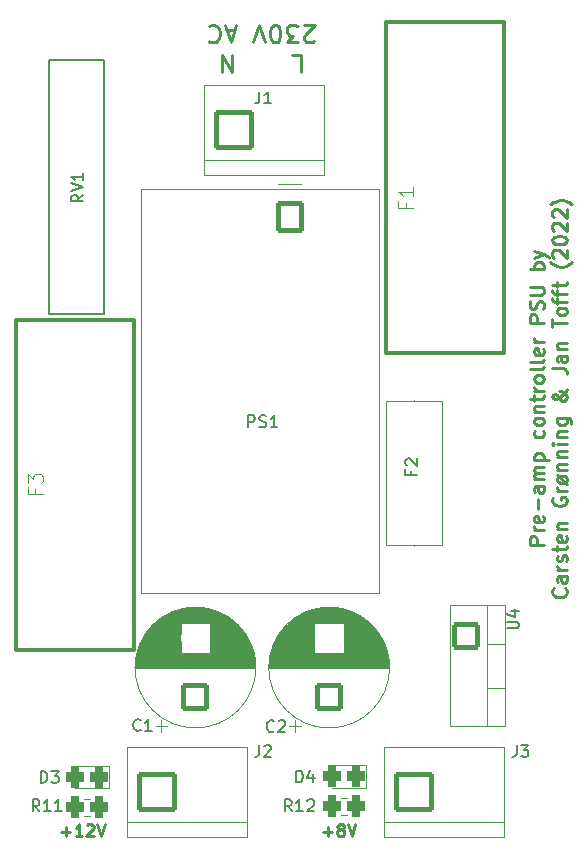
<source format=gto>
G04 #@! TF.GenerationSoftware,KiCad,Pcbnew,6.0.5-a6ca702e91~116~ubuntu20.04.1*
G04 #@! TF.CreationDate,2022-05-18T21:18:03+02:00*
G04 #@! TF.ProjectId,Power Supply,506f7765-7220-4537-9570-706c792e6b69,rev?*
G04 #@! TF.SameCoordinates,Original*
G04 #@! TF.FileFunction,Legend,Top*
G04 #@! TF.FilePolarity,Positive*
%FSLAX46Y46*%
G04 Gerber Fmt 4.6, Leading zero omitted, Abs format (unit mm)*
G04 Created by KiCad (PCBNEW 6.0.5-a6ca702e91~116~ubuntu20.04.1) date 2022-05-18 21:18:03*
%MOMM*%
%LPD*%
G01*
G04 APERTURE LIST*
G04 Aperture macros list*
%AMRoundRect*
0 Rectangle with rounded corners*
0 $1 Rounding radius*
0 $2 $3 $4 $5 $6 $7 $8 $9 X,Y pos of 4 corners*
0 Add a 4 corners polygon primitive as box body*
4,1,4,$2,$3,$4,$5,$6,$7,$8,$9,$2,$3,0*
0 Add four circle primitives for the rounded corners*
1,1,$1+$1,$2,$3*
1,1,$1+$1,$4,$5*
1,1,$1+$1,$6,$7*
1,1,$1+$1,$8,$9*
0 Add four rect primitives between the rounded corners*
20,1,$1+$1,$2,$3,$4,$5,0*
20,1,$1+$1,$4,$5,$6,$7,0*
20,1,$1+$1,$6,$7,$8,$9,0*
20,1,$1+$1,$8,$9,$2,$3,0*%
G04 Aperture macros list end*
%ADD10C,0.250000*%
%ADD11C,0.150000*%
%ADD12C,0.125000*%
%ADD13C,0.120000*%
%ADD14C,0.304800*%
%ADD15C,3.500000*%
%ADD16RoundRect,0.200000X-1.500000X-1.500000X1.500000X-1.500000X1.500000X1.500000X-1.500000X1.500000X0*%
%ADD17C,3.400000*%
%ADD18C,3.900000*%
%ADD19C,2.800000*%
%ADD20O,2.800000X2.800000*%
%ADD21RoundRect,0.200000X-1.000000X0.952500X-1.000000X-0.952500X1.000000X-0.952500X1.000000X0.952500X0*%
%ADD22O,2.400000X2.305000*%
%ADD23C,3.600000*%
%ADD24RoundRect,0.200000X1.000000X-1.000000X1.000000X1.000000X-1.000000X1.000000X-1.000000X-1.000000X0*%
%ADD25C,2.400000*%
%ADD26RoundRect,0.200000X-1.000000X1.150000X-1.000000X-1.150000X1.000000X-1.150000X1.000000X1.150000X0*%
%ADD27C,2.700000*%
%ADD28RoundRect,0.450000X0.325000X0.450000X-0.325000X0.450000X-0.325000X-0.450000X0.325000X-0.450000X0*%
%ADD29RoundRect,0.450000X-0.325000X-0.450000X0.325000X-0.450000X0.325000X0.450000X-0.325000X0.450000X0*%
G04 APERTURE END LIST*
D10*
X125020285Y-72412571D02*
X124948857Y-72484000D01*
X124806000Y-72555428D01*
X124448857Y-72555428D01*
X124306000Y-72484000D01*
X124234571Y-72412571D01*
X124163142Y-72269714D01*
X124163142Y-72126857D01*
X124234571Y-71912571D01*
X125091714Y-71055428D01*
X124163142Y-71055428D01*
X123663142Y-72555428D02*
X122734571Y-72555428D01*
X123234571Y-71984000D01*
X123020285Y-71984000D01*
X122877428Y-71912571D01*
X122806000Y-71841142D01*
X122734571Y-71698285D01*
X122734571Y-71341142D01*
X122806000Y-71198285D01*
X122877428Y-71126857D01*
X123020285Y-71055428D01*
X123448857Y-71055428D01*
X123591714Y-71126857D01*
X123663142Y-71198285D01*
X121806000Y-72555428D02*
X121663142Y-72555428D01*
X121520285Y-72484000D01*
X121448857Y-72412571D01*
X121377428Y-72269714D01*
X121306000Y-71984000D01*
X121306000Y-71626857D01*
X121377428Y-71341142D01*
X121448857Y-71198285D01*
X121520285Y-71126857D01*
X121663142Y-71055428D01*
X121806000Y-71055428D01*
X121948857Y-71126857D01*
X122020285Y-71198285D01*
X122091714Y-71341142D01*
X122163142Y-71626857D01*
X122163142Y-71984000D01*
X122091714Y-72269714D01*
X122020285Y-72412571D01*
X121948857Y-72484000D01*
X121806000Y-72555428D01*
X120877428Y-72555428D02*
X120377428Y-71055428D01*
X119877428Y-72555428D01*
X118306000Y-71484000D02*
X117591714Y-71484000D01*
X118448857Y-71055428D02*
X117948857Y-72555428D01*
X117448857Y-71055428D01*
X116091714Y-71198285D02*
X116163142Y-71126857D01*
X116377428Y-71055428D01*
X116520285Y-71055428D01*
X116734571Y-71126857D01*
X116877428Y-71269714D01*
X116948857Y-71412571D01*
X117020285Y-71698285D01*
X117020285Y-71912571D01*
X116948857Y-72198285D01*
X116877428Y-72341142D01*
X116734571Y-72484000D01*
X116520285Y-72555428D01*
X116377428Y-72555428D01*
X116163142Y-72484000D01*
X116091714Y-72412571D01*
X103638095Y-139371428D02*
X104400000Y-139371428D01*
X104019047Y-139752380D02*
X104019047Y-138990476D01*
X105400000Y-139752380D02*
X104828571Y-139752380D01*
X105114285Y-139752380D02*
X105114285Y-138752380D01*
X105019047Y-138895238D01*
X104923809Y-138990476D01*
X104828571Y-139038095D01*
X105780952Y-138847619D02*
X105828571Y-138800000D01*
X105923809Y-138752380D01*
X106161904Y-138752380D01*
X106257142Y-138800000D01*
X106304761Y-138847619D01*
X106352380Y-138942857D01*
X106352380Y-139038095D01*
X106304761Y-139180952D01*
X105733333Y-139752380D01*
X106352380Y-139752380D01*
X106638095Y-138752380D02*
X106971428Y-139752380D01*
X107304761Y-138752380D01*
X125814285Y-139371428D02*
X126576190Y-139371428D01*
X126195238Y-139752380D02*
X126195238Y-138990476D01*
X127195238Y-139180952D02*
X127100000Y-139133333D01*
X127052380Y-139085714D01*
X127004761Y-138990476D01*
X127004761Y-138942857D01*
X127052380Y-138847619D01*
X127100000Y-138800000D01*
X127195238Y-138752380D01*
X127385714Y-138752380D01*
X127480952Y-138800000D01*
X127528571Y-138847619D01*
X127576190Y-138942857D01*
X127576190Y-138990476D01*
X127528571Y-139085714D01*
X127480952Y-139133333D01*
X127385714Y-139180952D01*
X127195238Y-139180952D01*
X127100000Y-139228571D01*
X127052380Y-139276190D01*
X127004761Y-139371428D01*
X127004761Y-139561904D01*
X127052380Y-139657142D01*
X127100000Y-139704761D01*
X127195238Y-139752380D01*
X127385714Y-139752380D01*
X127480952Y-139704761D01*
X127528571Y-139657142D01*
X127576190Y-139561904D01*
X127576190Y-139371428D01*
X127528571Y-139276190D01*
X127480952Y-139228571D01*
X127385714Y-139180952D01*
X127861904Y-138752380D02*
X128195238Y-139752380D01*
X128528571Y-138752380D01*
X123163142Y-73595428D02*
X123877428Y-73595428D01*
X123877428Y-75095428D01*
X118091714Y-73595428D02*
X118091714Y-75095428D01*
X117234571Y-73595428D01*
X117234571Y-75095428D01*
X144476857Y-115071428D02*
X143276857Y-115071428D01*
X143276857Y-114614285D01*
X143334000Y-114500000D01*
X143391142Y-114442857D01*
X143505428Y-114385714D01*
X143676857Y-114385714D01*
X143791142Y-114442857D01*
X143848285Y-114500000D01*
X143905428Y-114614285D01*
X143905428Y-115071428D01*
X144476857Y-113871428D02*
X143676857Y-113871428D01*
X143905428Y-113871428D02*
X143791142Y-113814285D01*
X143734000Y-113757142D01*
X143676857Y-113642857D01*
X143676857Y-113528571D01*
X144419714Y-112671428D02*
X144476857Y-112785714D01*
X144476857Y-113014285D01*
X144419714Y-113128571D01*
X144305428Y-113185714D01*
X143848285Y-113185714D01*
X143734000Y-113128571D01*
X143676857Y-113014285D01*
X143676857Y-112785714D01*
X143734000Y-112671428D01*
X143848285Y-112614285D01*
X143962571Y-112614285D01*
X144076857Y-113185714D01*
X144019714Y-112100000D02*
X144019714Y-111185714D01*
X144476857Y-110100000D02*
X143848285Y-110100000D01*
X143734000Y-110157142D01*
X143676857Y-110271428D01*
X143676857Y-110500000D01*
X143734000Y-110614285D01*
X144419714Y-110100000D02*
X144476857Y-110214285D01*
X144476857Y-110500000D01*
X144419714Y-110614285D01*
X144305428Y-110671428D01*
X144191142Y-110671428D01*
X144076857Y-110614285D01*
X144019714Y-110500000D01*
X144019714Y-110214285D01*
X143962571Y-110100000D01*
X144476857Y-109528571D02*
X143676857Y-109528571D01*
X143791142Y-109528571D02*
X143734000Y-109471428D01*
X143676857Y-109357142D01*
X143676857Y-109185714D01*
X143734000Y-109071428D01*
X143848285Y-109014285D01*
X144476857Y-109014285D01*
X143848285Y-109014285D02*
X143734000Y-108957142D01*
X143676857Y-108842857D01*
X143676857Y-108671428D01*
X143734000Y-108557142D01*
X143848285Y-108500000D01*
X144476857Y-108500000D01*
X143676857Y-107928571D02*
X144876857Y-107928571D01*
X143734000Y-107928571D02*
X143676857Y-107814285D01*
X143676857Y-107585714D01*
X143734000Y-107471428D01*
X143791142Y-107414285D01*
X143905428Y-107357142D01*
X144248285Y-107357142D01*
X144362571Y-107414285D01*
X144419714Y-107471428D01*
X144476857Y-107585714D01*
X144476857Y-107814285D01*
X144419714Y-107928571D01*
X144419714Y-105414285D02*
X144476857Y-105528571D01*
X144476857Y-105757142D01*
X144419714Y-105871428D01*
X144362571Y-105928571D01*
X144248285Y-105985714D01*
X143905428Y-105985714D01*
X143791142Y-105928571D01*
X143734000Y-105871428D01*
X143676857Y-105757142D01*
X143676857Y-105528571D01*
X143734000Y-105414285D01*
X144476857Y-104728571D02*
X144419714Y-104842857D01*
X144362571Y-104900000D01*
X144248285Y-104957142D01*
X143905428Y-104957142D01*
X143791142Y-104900000D01*
X143734000Y-104842857D01*
X143676857Y-104728571D01*
X143676857Y-104557142D01*
X143734000Y-104442857D01*
X143791142Y-104385714D01*
X143905428Y-104328571D01*
X144248285Y-104328571D01*
X144362571Y-104385714D01*
X144419714Y-104442857D01*
X144476857Y-104557142D01*
X144476857Y-104728571D01*
X143676857Y-103814285D02*
X144476857Y-103814285D01*
X143791142Y-103814285D02*
X143734000Y-103757142D01*
X143676857Y-103642857D01*
X143676857Y-103471428D01*
X143734000Y-103357142D01*
X143848285Y-103300000D01*
X144476857Y-103300000D01*
X143676857Y-102900000D02*
X143676857Y-102442857D01*
X143276857Y-102728571D02*
X144305428Y-102728571D01*
X144419714Y-102671428D01*
X144476857Y-102557142D01*
X144476857Y-102442857D01*
X144476857Y-102042857D02*
X143676857Y-102042857D01*
X143905428Y-102042857D02*
X143791142Y-101985714D01*
X143734000Y-101928571D01*
X143676857Y-101814285D01*
X143676857Y-101700000D01*
X144476857Y-101128571D02*
X144419714Y-101242857D01*
X144362571Y-101300000D01*
X144248285Y-101357142D01*
X143905428Y-101357142D01*
X143791142Y-101300000D01*
X143734000Y-101242857D01*
X143676857Y-101128571D01*
X143676857Y-100957142D01*
X143734000Y-100842857D01*
X143791142Y-100785714D01*
X143905428Y-100728571D01*
X144248285Y-100728571D01*
X144362571Y-100785714D01*
X144419714Y-100842857D01*
X144476857Y-100957142D01*
X144476857Y-101128571D01*
X144476857Y-100042857D02*
X144419714Y-100157142D01*
X144305428Y-100214285D01*
X143276857Y-100214285D01*
X144476857Y-99414285D02*
X144419714Y-99528571D01*
X144305428Y-99585714D01*
X143276857Y-99585714D01*
X144419714Y-98500000D02*
X144476857Y-98614285D01*
X144476857Y-98842857D01*
X144419714Y-98957142D01*
X144305428Y-99014285D01*
X143848285Y-99014285D01*
X143734000Y-98957142D01*
X143676857Y-98842857D01*
X143676857Y-98614285D01*
X143734000Y-98500000D01*
X143848285Y-98442857D01*
X143962571Y-98442857D01*
X144076857Y-99014285D01*
X144476857Y-97928571D02*
X143676857Y-97928571D01*
X143905428Y-97928571D02*
X143791142Y-97871428D01*
X143734000Y-97814285D01*
X143676857Y-97700000D01*
X143676857Y-97585714D01*
X144476857Y-96271428D02*
X143276857Y-96271428D01*
X143276857Y-95814285D01*
X143334000Y-95700000D01*
X143391142Y-95642857D01*
X143505428Y-95585714D01*
X143676857Y-95585714D01*
X143791142Y-95642857D01*
X143848285Y-95700000D01*
X143905428Y-95814285D01*
X143905428Y-96271428D01*
X144419714Y-95128571D02*
X144476857Y-94957142D01*
X144476857Y-94671428D01*
X144419714Y-94557142D01*
X144362571Y-94500000D01*
X144248285Y-94442857D01*
X144134000Y-94442857D01*
X144019714Y-94500000D01*
X143962571Y-94557142D01*
X143905428Y-94671428D01*
X143848285Y-94900000D01*
X143791142Y-95014285D01*
X143734000Y-95071428D01*
X143619714Y-95128571D01*
X143505428Y-95128571D01*
X143391142Y-95071428D01*
X143334000Y-95014285D01*
X143276857Y-94900000D01*
X143276857Y-94614285D01*
X143334000Y-94442857D01*
X143276857Y-93928571D02*
X144248285Y-93928571D01*
X144362571Y-93871428D01*
X144419714Y-93814285D01*
X144476857Y-93700000D01*
X144476857Y-93471428D01*
X144419714Y-93357142D01*
X144362571Y-93300000D01*
X144248285Y-93242857D01*
X143276857Y-93242857D01*
X144476857Y-91757142D02*
X143276857Y-91757142D01*
X143734000Y-91757142D02*
X143676857Y-91642857D01*
X143676857Y-91414285D01*
X143734000Y-91300000D01*
X143791142Y-91242857D01*
X143905428Y-91185714D01*
X144248285Y-91185714D01*
X144362571Y-91242857D01*
X144419714Y-91300000D01*
X144476857Y-91414285D01*
X144476857Y-91642857D01*
X144419714Y-91757142D01*
X143676857Y-90785714D02*
X144476857Y-90500000D01*
X143676857Y-90214285D02*
X144476857Y-90500000D01*
X144762571Y-90614285D01*
X144819714Y-90671428D01*
X144876857Y-90785714D01*
X146294571Y-118785714D02*
X146351714Y-118842857D01*
X146408857Y-119014285D01*
X146408857Y-119128571D01*
X146351714Y-119300000D01*
X146237428Y-119414285D01*
X146123142Y-119471428D01*
X145894571Y-119528571D01*
X145723142Y-119528571D01*
X145494571Y-119471428D01*
X145380285Y-119414285D01*
X145266000Y-119300000D01*
X145208857Y-119128571D01*
X145208857Y-119014285D01*
X145266000Y-118842857D01*
X145323142Y-118785714D01*
X146408857Y-117757142D02*
X145780285Y-117757142D01*
X145666000Y-117814285D01*
X145608857Y-117928571D01*
X145608857Y-118157142D01*
X145666000Y-118271428D01*
X146351714Y-117757142D02*
X146408857Y-117871428D01*
X146408857Y-118157142D01*
X146351714Y-118271428D01*
X146237428Y-118328571D01*
X146123142Y-118328571D01*
X146008857Y-118271428D01*
X145951714Y-118157142D01*
X145951714Y-117871428D01*
X145894571Y-117757142D01*
X146408857Y-117185714D02*
X145608857Y-117185714D01*
X145837428Y-117185714D02*
X145723142Y-117128571D01*
X145666000Y-117071428D01*
X145608857Y-116957142D01*
X145608857Y-116842857D01*
X146351714Y-116500000D02*
X146408857Y-116385714D01*
X146408857Y-116157142D01*
X146351714Y-116042857D01*
X146237428Y-115985714D01*
X146180285Y-115985714D01*
X146066000Y-116042857D01*
X146008857Y-116157142D01*
X146008857Y-116328571D01*
X145951714Y-116442857D01*
X145837428Y-116500000D01*
X145780285Y-116500000D01*
X145666000Y-116442857D01*
X145608857Y-116328571D01*
X145608857Y-116157142D01*
X145666000Y-116042857D01*
X145608857Y-115642857D02*
X145608857Y-115185714D01*
X145208857Y-115471428D02*
X146237428Y-115471428D01*
X146351714Y-115414285D01*
X146408857Y-115300000D01*
X146408857Y-115185714D01*
X146351714Y-114328571D02*
X146408857Y-114442857D01*
X146408857Y-114671428D01*
X146351714Y-114785714D01*
X146237428Y-114842857D01*
X145780285Y-114842857D01*
X145666000Y-114785714D01*
X145608857Y-114671428D01*
X145608857Y-114442857D01*
X145666000Y-114328571D01*
X145780285Y-114271428D01*
X145894571Y-114271428D01*
X146008857Y-114842857D01*
X145608857Y-113757142D02*
X146408857Y-113757142D01*
X145723142Y-113757142D02*
X145666000Y-113700000D01*
X145608857Y-113585714D01*
X145608857Y-113414285D01*
X145666000Y-113300000D01*
X145780285Y-113242857D01*
X146408857Y-113242857D01*
X145266000Y-111128571D02*
X145208857Y-111242857D01*
X145208857Y-111414285D01*
X145266000Y-111585714D01*
X145380285Y-111700000D01*
X145494571Y-111757142D01*
X145723142Y-111814285D01*
X145894571Y-111814285D01*
X146123142Y-111757142D01*
X146237428Y-111700000D01*
X146351714Y-111585714D01*
X146408857Y-111414285D01*
X146408857Y-111300000D01*
X146351714Y-111128571D01*
X146294571Y-111071428D01*
X145894571Y-111071428D01*
X145894571Y-111300000D01*
X146408857Y-110557142D02*
X145608857Y-110557142D01*
X145837428Y-110557142D02*
X145723142Y-110500000D01*
X145666000Y-110442857D01*
X145608857Y-110328571D01*
X145608857Y-110214285D01*
X145608857Y-109185714D02*
X146408857Y-109928571D01*
X146408857Y-109642857D02*
X146351714Y-109757142D01*
X146294571Y-109814285D01*
X146180285Y-109871428D01*
X145837428Y-109871428D01*
X145723142Y-109814285D01*
X145666000Y-109757142D01*
X145608857Y-109642857D01*
X145608857Y-109471428D01*
X145666000Y-109357142D01*
X145723142Y-109300000D01*
X145837428Y-109242857D01*
X146180285Y-109242857D01*
X146294571Y-109300000D01*
X146351714Y-109357142D01*
X146408857Y-109471428D01*
X146408857Y-109642857D01*
X145608857Y-108728571D02*
X146408857Y-108728571D01*
X145723142Y-108728571D02*
X145666000Y-108671428D01*
X145608857Y-108557142D01*
X145608857Y-108385714D01*
X145666000Y-108271428D01*
X145780285Y-108214285D01*
X146408857Y-108214285D01*
X145608857Y-107642857D02*
X146408857Y-107642857D01*
X145723142Y-107642857D02*
X145666000Y-107585714D01*
X145608857Y-107471428D01*
X145608857Y-107300000D01*
X145666000Y-107185714D01*
X145780285Y-107128571D01*
X146408857Y-107128571D01*
X146408857Y-106557142D02*
X145608857Y-106557142D01*
X145208857Y-106557142D02*
X145266000Y-106614285D01*
X145323142Y-106557142D01*
X145266000Y-106500000D01*
X145208857Y-106557142D01*
X145323142Y-106557142D01*
X145608857Y-105985714D02*
X146408857Y-105985714D01*
X145723142Y-105985714D02*
X145666000Y-105928571D01*
X145608857Y-105814285D01*
X145608857Y-105642857D01*
X145666000Y-105528571D01*
X145780285Y-105471428D01*
X146408857Y-105471428D01*
X145608857Y-104385714D02*
X146580285Y-104385714D01*
X146694571Y-104442857D01*
X146751714Y-104500000D01*
X146808857Y-104614285D01*
X146808857Y-104785714D01*
X146751714Y-104900000D01*
X146351714Y-104385714D02*
X146408857Y-104500000D01*
X146408857Y-104728571D01*
X146351714Y-104842857D01*
X146294571Y-104900000D01*
X146180285Y-104957142D01*
X145837428Y-104957142D01*
X145723142Y-104900000D01*
X145666000Y-104842857D01*
X145608857Y-104728571D01*
X145608857Y-104500000D01*
X145666000Y-104385714D01*
X146408857Y-101928571D02*
X146408857Y-101985714D01*
X146351714Y-102100000D01*
X146180285Y-102271428D01*
X145837428Y-102557142D01*
X145666000Y-102671428D01*
X145494571Y-102728571D01*
X145380285Y-102728571D01*
X145266000Y-102671428D01*
X145208857Y-102557142D01*
X145208857Y-102500000D01*
X145266000Y-102385714D01*
X145380285Y-102328571D01*
X145437428Y-102328571D01*
X145551714Y-102385714D01*
X145608857Y-102442857D01*
X145837428Y-102785714D01*
X145894571Y-102842857D01*
X146008857Y-102900000D01*
X146180285Y-102900000D01*
X146294571Y-102842857D01*
X146351714Y-102785714D01*
X146408857Y-102671428D01*
X146408857Y-102500000D01*
X146351714Y-102385714D01*
X146294571Y-102328571D01*
X146066000Y-102157142D01*
X145894571Y-102100000D01*
X145780285Y-102100000D01*
X145208857Y-100157142D02*
X146066000Y-100157142D01*
X146237428Y-100214285D01*
X146351714Y-100328571D01*
X146408857Y-100500000D01*
X146408857Y-100614285D01*
X146408857Y-99071428D02*
X145780285Y-99071428D01*
X145666000Y-99128571D01*
X145608857Y-99242857D01*
X145608857Y-99471428D01*
X145666000Y-99585714D01*
X146351714Y-99071428D02*
X146408857Y-99185714D01*
X146408857Y-99471428D01*
X146351714Y-99585714D01*
X146237428Y-99642857D01*
X146123142Y-99642857D01*
X146008857Y-99585714D01*
X145951714Y-99471428D01*
X145951714Y-99185714D01*
X145894571Y-99071428D01*
X145608857Y-98500000D02*
X146408857Y-98500000D01*
X145723142Y-98500000D02*
X145666000Y-98442857D01*
X145608857Y-98328571D01*
X145608857Y-98157142D01*
X145666000Y-98042857D01*
X145780285Y-97985714D01*
X146408857Y-97985714D01*
X145208857Y-96671428D02*
X145208857Y-95985714D01*
X146408857Y-96328571D02*
X145208857Y-96328571D01*
X146408857Y-95414285D02*
X146351714Y-95528571D01*
X146294571Y-95585714D01*
X146180285Y-95642857D01*
X145837428Y-95642857D01*
X145723142Y-95585714D01*
X145666000Y-95528571D01*
X145608857Y-95414285D01*
X145608857Y-95242857D01*
X145666000Y-95128571D01*
X145723142Y-95071428D01*
X145837428Y-95014285D01*
X146180285Y-95014285D01*
X146294571Y-95071428D01*
X146351714Y-95128571D01*
X146408857Y-95242857D01*
X146408857Y-95414285D01*
X145608857Y-94671428D02*
X145608857Y-94214285D01*
X146408857Y-94500000D02*
X145380285Y-94500000D01*
X145266000Y-94442857D01*
X145208857Y-94328571D01*
X145208857Y-94214285D01*
X145608857Y-93985714D02*
X145608857Y-93528571D01*
X146408857Y-93814285D02*
X145380285Y-93814285D01*
X145266000Y-93757142D01*
X145208857Y-93642857D01*
X145208857Y-93528571D01*
X145608857Y-93300000D02*
X145608857Y-92842857D01*
X145208857Y-93128571D02*
X146237428Y-93128571D01*
X146351714Y-93071428D01*
X146408857Y-92957142D01*
X146408857Y-92842857D01*
X146866000Y-91185714D02*
X146808857Y-91242857D01*
X146637428Y-91357142D01*
X146523142Y-91414285D01*
X146351714Y-91471428D01*
X146066000Y-91528571D01*
X145837428Y-91528571D01*
X145551714Y-91471428D01*
X145380285Y-91414285D01*
X145266000Y-91357142D01*
X145094571Y-91242857D01*
X145037428Y-91185714D01*
X145323142Y-90785714D02*
X145266000Y-90728571D01*
X145208857Y-90614285D01*
X145208857Y-90328571D01*
X145266000Y-90214285D01*
X145323142Y-90157142D01*
X145437428Y-90100000D01*
X145551714Y-90100000D01*
X145723142Y-90157142D01*
X146408857Y-90842857D01*
X146408857Y-90100000D01*
X145208857Y-89357142D02*
X145208857Y-89242857D01*
X145266000Y-89128571D01*
X145323142Y-89071428D01*
X145437428Y-89014285D01*
X145666000Y-88957142D01*
X145951714Y-88957142D01*
X146180285Y-89014285D01*
X146294571Y-89071428D01*
X146351714Y-89128571D01*
X146408857Y-89242857D01*
X146408857Y-89357142D01*
X146351714Y-89471428D01*
X146294571Y-89528571D01*
X146180285Y-89585714D01*
X145951714Y-89642857D01*
X145666000Y-89642857D01*
X145437428Y-89585714D01*
X145323142Y-89528571D01*
X145266000Y-89471428D01*
X145208857Y-89357142D01*
X145323142Y-88500000D02*
X145266000Y-88442857D01*
X145208857Y-88328571D01*
X145208857Y-88042857D01*
X145266000Y-87928571D01*
X145323142Y-87871428D01*
X145437428Y-87814285D01*
X145551714Y-87814285D01*
X145723142Y-87871428D01*
X146408857Y-88557142D01*
X146408857Y-87814285D01*
X145323142Y-87357142D02*
X145266000Y-87300000D01*
X145208857Y-87185714D01*
X145208857Y-86900000D01*
X145266000Y-86785714D01*
X145323142Y-86728571D01*
X145437428Y-86671428D01*
X145551714Y-86671428D01*
X145723142Y-86728571D01*
X146408857Y-87414285D01*
X146408857Y-86671428D01*
X146866000Y-86271428D02*
X146808857Y-86214285D01*
X146637428Y-86100000D01*
X146523142Y-86042857D01*
X146351714Y-85985714D01*
X146066000Y-85928571D01*
X145837428Y-85928571D01*
X145551714Y-85985714D01*
X145380285Y-86042857D01*
X145266000Y-86100000D01*
X145094571Y-86214285D01*
X145037428Y-86271428D01*
D11*
X142166666Y-132052380D02*
X142166666Y-132766666D01*
X142119047Y-132909523D01*
X142023809Y-133004761D01*
X141880952Y-133052380D01*
X141785714Y-133052380D01*
X142547619Y-132052380D02*
X143166666Y-132052380D01*
X142833333Y-132433333D01*
X142976190Y-132433333D01*
X143071428Y-132480952D01*
X143119047Y-132528571D01*
X143166666Y-132623809D01*
X143166666Y-132861904D01*
X143119047Y-132957142D01*
X143071428Y-133004761D01*
X142976190Y-133052380D01*
X142690476Y-133052380D01*
X142595238Y-133004761D01*
X142547619Y-132957142D01*
D12*
X132769285Y-86163333D02*
X132769285Y-86586666D01*
X133434523Y-86586666D02*
X132164523Y-86586666D01*
X132164523Y-85981904D01*
X133434523Y-84832857D02*
X133434523Y-85558571D01*
X133434523Y-85195714D02*
X132164523Y-85195714D01*
X132345952Y-85316666D01*
X132466904Y-85437619D01*
X132527380Y-85558571D01*
D11*
X133233571Y-108823333D02*
X133233571Y-109156666D01*
X133757380Y-109156666D02*
X132757380Y-109156666D01*
X132757380Y-108680476D01*
X132852619Y-108347142D02*
X132805000Y-108299523D01*
X132757380Y-108204285D01*
X132757380Y-107966190D01*
X132805000Y-107870952D01*
X132852619Y-107823333D01*
X132947857Y-107775714D01*
X133043095Y-107775714D01*
X133185952Y-107823333D01*
X133757380Y-108394761D01*
X133757380Y-107775714D01*
X141362380Y-122171904D02*
X142171904Y-122171904D01*
X142267142Y-122124285D01*
X142314761Y-122076666D01*
X142362380Y-121981428D01*
X142362380Y-121790952D01*
X142314761Y-121695714D01*
X142267142Y-121648095D01*
X142171904Y-121600476D01*
X141362380Y-121600476D01*
X141695714Y-120695714D02*
X142362380Y-120695714D01*
X141314761Y-120933809D02*
X142029047Y-121171904D01*
X142029047Y-120552857D01*
X121633333Y-130857142D02*
X121585714Y-130904761D01*
X121442857Y-130952380D01*
X121347619Y-130952380D01*
X121204761Y-130904761D01*
X121109523Y-130809523D01*
X121061904Y-130714285D01*
X121014285Y-130523809D01*
X121014285Y-130380952D01*
X121061904Y-130190476D01*
X121109523Y-130095238D01*
X121204761Y-130000000D01*
X121347619Y-129952380D01*
X121442857Y-129952380D01*
X121585714Y-130000000D01*
X121633333Y-130047619D01*
X122014285Y-130047619D02*
X122061904Y-130000000D01*
X122157142Y-129952380D01*
X122395238Y-129952380D01*
X122490476Y-130000000D01*
X122538095Y-130047619D01*
X122585714Y-130142857D01*
X122585714Y-130238095D01*
X122538095Y-130380952D01*
X121966666Y-130952380D01*
X122585714Y-130952380D01*
X105477380Y-85445238D02*
X105001190Y-85778571D01*
X105477380Y-86016666D02*
X104477380Y-86016666D01*
X104477380Y-85635714D01*
X104525000Y-85540476D01*
X104572619Y-85492857D01*
X104667857Y-85445238D01*
X104810714Y-85445238D01*
X104905952Y-85492857D01*
X104953571Y-85540476D01*
X105001190Y-85635714D01*
X105001190Y-86016666D01*
X104477380Y-85159523D02*
X105477380Y-84826190D01*
X104477380Y-84492857D01*
X105477380Y-83635714D02*
X105477380Y-84207142D01*
X105477380Y-83921428D02*
X104477380Y-83921428D01*
X104620238Y-84016666D01*
X104715476Y-84111904D01*
X104763095Y-84207142D01*
X120396666Y-76722380D02*
X120396666Y-77436666D01*
X120349047Y-77579523D01*
X120253809Y-77674761D01*
X120110952Y-77722380D01*
X120015714Y-77722380D01*
X121396666Y-77722380D02*
X120825238Y-77722380D01*
X121110952Y-77722380D02*
X121110952Y-76722380D01*
X121015714Y-76865238D01*
X120920476Y-76960476D01*
X120825238Y-77008095D01*
X110333333Y-130757142D02*
X110285714Y-130804761D01*
X110142857Y-130852380D01*
X110047619Y-130852380D01*
X109904761Y-130804761D01*
X109809523Y-130709523D01*
X109761904Y-130614285D01*
X109714285Y-130423809D01*
X109714285Y-130280952D01*
X109761904Y-130090476D01*
X109809523Y-129995238D01*
X109904761Y-129900000D01*
X110047619Y-129852380D01*
X110142857Y-129852380D01*
X110285714Y-129900000D01*
X110333333Y-129947619D01*
X111285714Y-130852380D02*
X110714285Y-130852380D01*
X111000000Y-130852380D02*
X111000000Y-129852380D01*
X110904761Y-129995238D01*
X110809523Y-130090476D01*
X110714285Y-130138095D01*
X119435714Y-105132380D02*
X119435714Y-104132380D01*
X119816666Y-104132380D01*
X119911904Y-104180000D01*
X119959523Y-104227619D01*
X120007142Y-104322857D01*
X120007142Y-104465714D01*
X119959523Y-104560952D01*
X119911904Y-104608571D01*
X119816666Y-104656190D01*
X119435714Y-104656190D01*
X120388095Y-105084761D02*
X120530952Y-105132380D01*
X120769047Y-105132380D01*
X120864285Y-105084761D01*
X120911904Y-105037142D01*
X120959523Y-104941904D01*
X120959523Y-104846666D01*
X120911904Y-104751428D01*
X120864285Y-104703809D01*
X120769047Y-104656190D01*
X120578571Y-104608571D01*
X120483333Y-104560952D01*
X120435714Y-104513333D01*
X120388095Y-104418095D01*
X120388095Y-104322857D01*
X120435714Y-104227619D01*
X120483333Y-104180000D01*
X120578571Y-104132380D01*
X120816666Y-104132380D01*
X120959523Y-104180000D01*
X121911904Y-105132380D02*
X121340476Y-105132380D01*
X121626190Y-105132380D02*
X121626190Y-104132380D01*
X121530952Y-104275238D01*
X121435714Y-104370476D01*
X121340476Y-104418095D01*
D12*
X101369285Y-110403333D02*
X101369285Y-110826666D01*
X102034523Y-110826666D02*
X100764523Y-110826666D01*
X100764523Y-110221904D01*
X100764523Y-109859047D02*
X100764523Y-109072857D01*
X101248333Y-109496190D01*
X101248333Y-109314761D01*
X101308809Y-109193809D01*
X101369285Y-109133333D01*
X101490238Y-109072857D01*
X101792619Y-109072857D01*
X101913571Y-109133333D01*
X101974047Y-109193809D01*
X102034523Y-109314761D01*
X102034523Y-109677619D01*
X101974047Y-109798571D01*
X101913571Y-109859047D01*
D11*
X101861904Y-135252380D02*
X101861904Y-134252380D01*
X102100000Y-134252380D01*
X102242857Y-134300000D01*
X102338095Y-134395238D01*
X102385714Y-134490476D01*
X102433333Y-134680952D01*
X102433333Y-134823809D01*
X102385714Y-135014285D01*
X102338095Y-135109523D01*
X102242857Y-135204761D01*
X102100000Y-135252380D01*
X101861904Y-135252380D01*
X102766666Y-134252380D02*
X103385714Y-134252380D01*
X103052380Y-134633333D01*
X103195238Y-134633333D01*
X103290476Y-134680952D01*
X103338095Y-134728571D01*
X103385714Y-134823809D01*
X103385714Y-135061904D01*
X103338095Y-135157142D01*
X103290476Y-135204761D01*
X103195238Y-135252380D01*
X102909523Y-135252380D01*
X102814285Y-135204761D01*
X102766666Y-135157142D01*
X123494404Y-135202380D02*
X123494404Y-134202380D01*
X123732500Y-134202380D01*
X123875357Y-134250000D01*
X123970595Y-134345238D01*
X124018214Y-134440476D01*
X124065833Y-134630952D01*
X124065833Y-134773809D01*
X124018214Y-134964285D01*
X123970595Y-135059523D01*
X123875357Y-135154761D01*
X123732500Y-135202380D01*
X123494404Y-135202380D01*
X124922976Y-134535714D02*
X124922976Y-135202380D01*
X124684880Y-134154761D02*
X124446785Y-134869047D01*
X125065833Y-134869047D01*
X101757142Y-137652380D02*
X101423809Y-137176190D01*
X101185714Y-137652380D02*
X101185714Y-136652380D01*
X101566666Y-136652380D01*
X101661904Y-136700000D01*
X101709523Y-136747619D01*
X101757142Y-136842857D01*
X101757142Y-136985714D01*
X101709523Y-137080952D01*
X101661904Y-137128571D01*
X101566666Y-137176190D01*
X101185714Y-137176190D01*
X102709523Y-137652380D02*
X102138095Y-137652380D01*
X102423809Y-137652380D02*
X102423809Y-136652380D01*
X102328571Y-136795238D01*
X102233333Y-136890476D01*
X102138095Y-136938095D01*
X103661904Y-137652380D02*
X103090476Y-137652380D01*
X103376190Y-137652380D02*
X103376190Y-136652380D01*
X103280952Y-136795238D01*
X103185714Y-136890476D01*
X103090476Y-136938095D01*
X123122142Y-137652380D02*
X122788809Y-137176190D01*
X122550714Y-137652380D02*
X122550714Y-136652380D01*
X122931666Y-136652380D01*
X123026904Y-136700000D01*
X123074523Y-136747619D01*
X123122142Y-136842857D01*
X123122142Y-136985714D01*
X123074523Y-137080952D01*
X123026904Y-137128571D01*
X122931666Y-137176190D01*
X122550714Y-137176190D01*
X124074523Y-137652380D02*
X123503095Y-137652380D01*
X123788809Y-137652380D02*
X123788809Y-136652380D01*
X123693571Y-136795238D01*
X123598333Y-136890476D01*
X123503095Y-136938095D01*
X124455476Y-136747619D02*
X124503095Y-136700000D01*
X124598333Y-136652380D01*
X124836428Y-136652380D01*
X124931666Y-136700000D01*
X124979285Y-136747619D01*
X125026904Y-136842857D01*
X125026904Y-136938095D01*
X124979285Y-137080952D01*
X124407857Y-137652380D01*
X125026904Y-137652380D01*
X120366666Y-132052380D02*
X120366666Y-132766666D01*
X120319047Y-132909523D01*
X120223809Y-133004761D01*
X120080952Y-133052380D01*
X119985714Y-133052380D01*
X120795238Y-132147619D02*
X120842857Y-132100000D01*
X120938095Y-132052380D01*
X121176190Y-132052380D01*
X121271428Y-132100000D01*
X121319047Y-132147619D01*
X121366666Y-132242857D01*
X121366666Y-132338095D01*
X121319047Y-132480952D01*
X120747619Y-133052380D01*
X121366666Y-133052380D01*
D13*
X130980000Y-139810000D02*
X141140000Y-139810000D01*
X141140000Y-132190000D02*
X130980000Y-132190000D01*
X130980000Y-132190000D02*
X130980000Y-139810000D01*
X141140000Y-138540000D02*
X130980000Y-138540000D01*
X141140000Y-139810000D02*
X141140000Y-132190000D01*
D14*
X141141260Y-98843020D02*
X131138740Y-98843020D01*
X136140000Y-70842060D02*
X137140760Y-70842060D01*
X136140000Y-98843020D02*
X137140760Y-98843020D01*
X131138740Y-98843020D02*
X131138740Y-70842060D01*
X141141260Y-70842060D02*
X141141260Y-98843020D01*
X131138740Y-70842060D02*
X141141260Y-70842060D01*
D13*
X133500000Y-115180000D02*
X133500000Y-115070000D01*
X131130000Y-115070000D02*
X135870000Y-115070000D01*
X135870000Y-102930000D02*
X131130000Y-102930000D01*
X131130000Y-102930000D02*
X131130000Y-115070000D01*
X133500000Y-102820000D02*
X133500000Y-102930000D01*
X135870000Y-115070000D02*
X135870000Y-102930000D01*
X141170000Y-123490000D02*
X139660000Y-123490000D01*
X141170000Y-127191000D02*
X139660000Y-127191000D01*
X136529000Y-120220000D02*
X136529000Y-130460000D01*
X141170000Y-120220000D02*
X141170000Y-130460000D01*
X141170000Y-130460000D02*
X136529000Y-130460000D01*
X141170000Y-120220000D02*
X136529000Y-120220000D01*
X139660000Y-120220000D02*
X139660000Y-130460000D01*
X121310000Y-124519000D02*
X131290000Y-124519000D01*
X127541000Y-123919000D02*
X131137000Y-123919000D01*
X121235000Y-125080000D02*
X131365000Y-125080000D01*
X123530000Y-121199000D02*
X129070000Y-121199000D01*
X122220000Y-122439000D02*
X125059000Y-122439000D01*
X121415000Y-124079000D02*
X125059000Y-124079000D01*
X127541000Y-123759000D02*
X131083000Y-123759000D01*
X122780000Y-121799000D02*
X125059000Y-121799000D01*
X121463000Y-123919000D02*
X125059000Y-123919000D01*
X127541000Y-122119000D02*
X130124000Y-122119000D01*
X125238000Y-120479000D02*
X127362000Y-120479000D01*
X124790000Y-120599000D02*
X127810000Y-120599000D01*
X121755000Y-123199000D02*
X125059000Y-123199000D01*
X127541000Y-123879000D02*
X131124000Y-123879000D01*
X123655000Y-121119000D02*
X128945000Y-121119000D01*
X127541000Y-122599000D02*
X130494000Y-122599000D01*
X121220000Y-125480000D02*
X131380000Y-125480000D01*
X125070000Y-120519000D02*
X127530000Y-120519000D01*
X121250000Y-124920000D02*
X131350000Y-124920000D01*
X121450000Y-123959000D02*
X125059000Y-123959000D01*
X127541000Y-123479000D02*
X130974000Y-123479000D01*
X124175000Y-120839000D02*
X128425000Y-120839000D01*
X121953000Y-122839000D02*
X125059000Y-122839000D01*
X122106000Y-122599000D02*
X125059000Y-122599000D01*
X121335000Y-124399000D02*
X131265000Y-124399000D01*
X122999000Y-121599000D02*
X129601000Y-121599000D01*
X127541000Y-122959000D02*
X130717000Y-122959000D01*
X127541000Y-123399000D02*
X130939000Y-123399000D01*
X121265000Y-124800000D02*
X131335000Y-124800000D01*
X121242000Y-125000000D02*
X131358000Y-125000000D01*
X127541000Y-122279000D02*
X130257000Y-122279000D01*
X127541000Y-123679000D02*
X131054000Y-123679000D01*
X122925000Y-130459646D02*
X123925000Y-130459646D01*
X122002000Y-122759000D02*
X125059000Y-122759000D01*
X127541000Y-123719000D02*
X131068000Y-123719000D01*
X121489000Y-123839000D02*
X125059000Y-123839000D01*
X127541000Y-123559000D02*
X131007000Y-123559000D01*
X124922000Y-120559000D02*
X127678000Y-120559000D01*
X127541000Y-122319000D02*
X130289000Y-122319000D01*
X121326000Y-124439000D02*
X131274000Y-124439000D01*
X127541000Y-122479000D02*
X130410000Y-122479000D01*
X123935000Y-120959000D02*
X128665000Y-120959000D01*
X127541000Y-121879000D02*
X129901000Y-121879000D01*
X121382000Y-124199000D02*
X125059000Y-124199000D01*
X121282000Y-124679000D02*
X131318000Y-124679000D01*
X121532000Y-123719000D02*
X125059000Y-123719000D01*
X127541000Y-122719000D02*
X130573000Y-122719000D01*
X122053000Y-122679000D02*
X125059000Y-122679000D01*
X127541000Y-122759000D02*
X130598000Y-122759000D01*
X122408000Y-122199000D02*
X125059000Y-122199000D01*
X123591000Y-121159000D02*
X129009000Y-121159000D01*
X122822000Y-121759000D02*
X125059000Y-121759000D01*
X123470000Y-121239000D02*
X129130000Y-121239000D01*
X123411000Y-121279000D02*
X129189000Y-121279000D01*
X127541000Y-121959000D02*
X129979000Y-121959000D01*
X122027000Y-122719000D02*
X125059000Y-122719000D01*
X121643000Y-123439000D02*
X125059000Y-123439000D01*
X121817000Y-123079000D02*
X125059000Y-123079000D01*
X127541000Y-122239000D02*
X130225000Y-122239000D01*
X123094000Y-121519000D02*
X129506000Y-121519000D01*
X121697000Y-123319000D02*
X125059000Y-123319000D01*
X121227000Y-125200000D02*
X131373000Y-125200000D01*
X122079000Y-122639000D02*
X125059000Y-122639000D01*
X122660000Y-121919000D02*
X125059000Y-121919000D01*
X127541000Y-121759000D02*
X129778000Y-121759000D01*
X123194000Y-121439000D02*
X129406000Y-121439000D01*
X121303000Y-124559000D02*
X131297000Y-124559000D01*
X121716000Y-123279000D02*
X125059000Y-123279000D01*
X123861000Y-120999000D02*
X128739000Y-120999000D01*
X121223000Y-125280000D02*
X131377000Y-125280000D01*
X121225000Y-125240000D02*
X131375000Y-125240000D01*
X127541000Y-122519000D02*
X130438000Y-122519000D01*
X122190000Y-122479000D02*
X125059000Y-122479000D01*
X121736000Y-123239000D02*
X125059000Y-123239000D01*
X124356000Y-120759000D02*
X128244000Y-120759000D01*
X121775000Y-123159000D02*
X125059000Y-123159000D01*
X121929000Y-122879000D02*
X125059000Y-122879000D01*
X127541000Y-123959000D02*
X131150000Y-123959000D01*
X127541000Y-123079000D02*
X130783000Y-123079000D01*
X127541000Y-123199000D02*
X130845000Y-123199000D01*
X127541000Y-122919000D02*
X130695000Y-122919000D01*
X127541000Y-122999000D02*
X130740000Y-122999000D01*
X121661000Y-123399000D02*
X125059000Y-123399000D01*
X121403000Y-124119000D02*
X125059000Y-124119000D01*
X122864000Y-121719000D02*
X129736000Y-121719000D01*
X122953000Y-121639000D02*
X129647000Y-121639000D01*
X122134000Y-122559000D02*
X125059000Y-122559000D01*
X121220000Y-125400000D02*
X131380000Y-125400000D01*
X122584000Y-121999000D02*
X125059000Y-121999000D01*
X121372000Y-124239000D02*
X131228000Y-124239000D01*
X122511000Y-122079000D02*
X125059000Y-122079000D01*
X124011000Y-120919000D02*
X128589000Y-120919000D01*
X124558000Y-120679000D02*
X128042000Y-120679000D01*
X121255000Y-124880000D02*
X131345000Y-124880000D01*
X122311000Y-122319000D02*
X125059000Y-122319000D01*
X121517000Y-123759000D02*
X125059000Y-123759000D01*
X121476000Y-123879000D02*
X125059000Y-123879000D01*
X127541000Y-123639000D02*
X131038000Y-123639000D01*
X127541000Y-123239000D02*
X130864000Y-123239000D01*
X127541000Y-123599000D02*
X131023000Y-123599000D01*
X127541000Y-122399000D02*
X130350000Y-122399000D01*
X121276000Y-124719000D02*
X131324000Y-124719000D01*
X121222000Y-125320000D02*
X131378000Y-125320000D01*
X127541000Y-124159000D02*
X131207000Y-124159000D01*
X123425000Y-130959646D02*
X123425000Y-129959646D01*
X121438000Y-123999000D02*
X125059000Y-123999000D01*
X121562000Y-123639000D02*
X125059000Y-123639000D01*
X127541000Y-121919000D02*
X129940000Y-121919000D01*
X121503000Y-123799000D02*
X125059000Y-123799000D01*
X127541000Y-123119000D02*
X130804000Y-123119000D01*
X121626000Y-123479000D02*
X125059000Y-123479000D01*
X127541000Y-121799000D02*
X129820000Y-121799000D01*
X127541000Y-124039000D02*
X131174000Y-124039000D01*
X127541000Y-123999000D02*
X131162000Y-123999000D01*
X124263000Y-120799000D02*
X128337000Y-120799000D01*
X127541000Y-123319000D02*
X130903000Y-123319000D01*
X127541000Y-122799000D02*
X130623000Y-122799000D01*
X123790000Y-121039000D02*
X128810000Y-121039000D01*
X127541000Y-124199000D02*
X131218000Y-124199000D01*
X122621000Y-121959000D02*
X125059000Y-121959000D01*
X127541000Y-122199000D02*
X130192000Y-122199000D01*
X125438000Y-120439000D02*
X127162000Y-120439000D01*
X121353000Y-124319000D02*
X131247000Y-124319000D01*
X121977000Y-122799000D02*
X125059000Y-122799000D01*
X127541000Y-122839000D02*
X130647000Y-122839000D01*
X122547000Y-122039000D02*
X125059000Y-122039000D01*
X121232000Y-125120000D02*
X131368000Y-125120000D01*
X121296000Y-124599000D02*
X131304000Y-124599000D01*
X122739000Y-121839000D02*
X125059000Y-121839000D01*
X121260000Y-124840000D02*
X131340000Y-124840000D01*
X122476000Y-122119000D02*
X125059000Y-122119000D01*
X121270000Y-124759000D02*
X131330000Y-124759000D01*
X123355000Y-121319000D02*
X129245000Y-121319000D01*
X121220000Y-125440000D02*
X131380000Y-125440000D01*
X121246000Y-124960000D02*
X131354000Y-124960000D01*
X121905000Y-122919000D02*
X125059000Y-122919000D01*
X121362000Y-124279000D02*
X131238000Y-124279000D01*
X127541000Y-123159000D02*
X130825000Y-123159000D01*
X121318000Y-124479000D02*
X131282000Y-124479000D01*
X127541000Y-122079000D02*
X130089000Y-122079000D01*
X121610000Y-123519000D02*
X125059000Y-123519000D01*
X123144000Y-121479000D02*
X129456000Y-121479000D01*
X125701000Y-120399000D02*
X126899000Y-120399000D01*
X127541000Y-123279000D02*
X130884000Y-123279000D01*
X121577000Y-123599000D02*
X125059000Y-123599000D01*
X127541000Y-122879000D02*
X130671000Y-122879000D01*
X127541000Y-123439000D02*
X130957000Y-123439000D01*
X124454000Y-120719000D02*
X128146000Y-120719000D01*
X127541000Y-122439000D02*
X130380000Y-122439000D01*
X127541000Y-123839000D02*
X131111000Y-123839000D01*
X121230000Y-125160000D02*
X131370000Y-125160000D01*
X122442000Y-122159000D02*
X125059000Y-122159000D01*
X127541000Y-121999000D02*
X130016000Y-121999000D01*
X122375000Y-122239000D02*
X125059000Y-122239000D01*
X121426000Y-124039000D02*
X125059000Y-124039000D01*
X124670000Y-120639000D02*
X127930000Y-120639000D01*
X127541000Y-122039000D02*
X130053000Y-122039000D01*
X122699000Y-121879000D02*
X125059000Y-121879000D01*
X121393000Y-124159000D02*
X125059000Y-124159000D01*
X123721000Y-121079000D02*
X128879000Y-121079000D01*
X121796000Y-123119000D02*
X125059000Y-123119000D01*
X127541000Y-123799000D02*
X131097000Y-123799000D01*
X122162000Y-122519000D02*
X125059000Y-122519000D01*
X121838000Y-123039000D02*
X125059000Y-123039000D01*
X127541000Y-122639000D02*
X130521000Y-122639000D01*
X121546000Y-123679000D02*
X125059000Y-123679000D01*
X122343000Y-122279000D02*
X125059000Y-122279000D01*
X123246000Y-121399000D02*
X129354000Y-121399000D01*
X121883000Y-122959000D02*
X125059000Y-122959000D01*
X127541000Y-122159000D02*
X130158000Y-122159000D01*
X121344000Y-124359000D02*
X131256000Y-124359000D01*
X127541000Y-124079000D02*
X131185000Y-124079000D01*
X127541000Y-123519000D02*
X130990000Y-123519000D01*
X123046000Y-121559000D02*
X129554000Y-121559000D01*
X127541000Y-122359000D02*
X130320000Y-122359000D01*
X123300000Y-121359000D02*
X129300000Y-121359000D01*
X122250000Y-122399000D02*
X125059000Y-122399000D01*
X121289000Y-124639000D02*
X131311000Y-124639000D01*
X127541000Y-123039000D02*
X130762000Y-123039000D01*
X122908000Y-121679000D02*
X129692000Y-121679000D01*
X121679000Y-123359000D02*
X125059000Y-123359000D01*
X121221000Y-125360000D02*
X131379000Y-125360000D01*
X127541000Y-122559000D02*
X130466000Y-122559000D01*
X121593000Y-123559000D02*
X125059000Y-123559000D01*
X127541000Y-123359000D02*
X130921000Y-123359000D01*
X122280000Y-122359000D02*
X125059000Y-122359000D01*
X127541000Y-124119000D02*
X131197000Y-124119000D01*
X121860000Y-122999000D02*
X125059000Y-122999000D01*
X127541000Y-121839000D02*
X129861000Y-121839000D01*
X124091000Y-120879000D02*
X128509000Y-120879000D01*
X121238000Y-125040000D02*
X131362000Y-125040000D01*
X127541000Y-122679000D02*
X130547000Y-122679000D01*
X131420000Y-125480000D02*
G75*
G03*
X131420000Y-125480000I-5120000J0D01*
G01*
D11*
X102600000Y-74080000D02*
X107200000Y-74080000D01*
X102600000Y-95580000D02*
X102600000Y-74080000D01*
X107200000Y-95580000D02*
X107200000Y-74080000D01*
X102600000Y-95580000D02*
X107200000Y-95580000D01*
D13*
X115690000Y-83780000D02*
X125850000Y-83780000D01*
X125850000Y-82510000D02*
X115690000Y-82510000D01*
X125850000Y-83780000D02*
X125850000Y-76160000D01*
X115690000Y-76160000D02*
X115690000Y-83780000D01*
X125850000Y-76160000D02*
X115690000Y-76160000D01*
X120100000Y-125480000D02*
G75*
G03*
X120100000Y-125480000I-5120000J0D01*
G01*
X110042000Y-124279000D02*
X119918000Y-124279000D01*
X116221000Y-123559000D02*
X119687000Y-123559000D01*
X110226000Y-123679000D02*
X113739000Y-123679000D01*
X112470000Y-121039000D02*
X117490000Y-121039000D01*
X110130000Y-123959000D02*
X113739000Y-123959000D01*
X116221000Y-122439000D02*
X119060000Y-122439000D01*
X110707000Y-122719000D02*
X113739000Y-122719000D01*
X109900000Y-125480000D02*
X120060000Y-125480000D01*
X116221000Y-122479000D02*
X119090000Y-122479000D01*
X116221000Y-122239000D02*
X118905000Y-122239000D01*
X116221000Y-123919000D02*
X119817000Y-123919000D01*
X116221000Y-123519000D02*
X119670000Y-123519000D01*
X113036000Y-120759000D02*
X116924000Y-120759000D01*
X113470000Y-120599000D02*
X116490000Y-120599000D01*
X110095000Y-124079000D02*
X113739000Y-124079000D01*
X116221000Y-122639000D02*
X119201000Y-122639000D01*
X110306000Y-123479000D02*
X113739000Y-123479000D01*
X110024000Y-124359000D02*
X119936000Y-124359000D01*
X112091000Y-121279000D02*
X117869000Y-121279000D01*
X109962000Y-124679000D02*
X119998000Y-124679000D01*
X116221000Y-122519000D02*
X119118000Y-122519000D01*
X110197000Y-123759000D02*
X113739000Y-123759000D01*
X110242000Y-123639000D02*
X113739000Y-123639000D01*
X111023000Y-122279000D02*
X113739000Y-122279000D01*
X116221000Y-122879000D02*
X119351000Y-122879000D01*
X116221000Y-122719000D02*
X119253000Y-122719000D01*
X110960000Y-122359000D02*
X113739000Y-122359000D01*
X116221000Y-123599000D02*
X119703000Y-123599000D01*
X116221000Y-122079000D02*
X118769000Y-122079000D01*
X110814000Y-122559000D02*
X113739000Y-122559000D01*
X110416000Y-123239000D02*
X113739000Y-123239000D01*
X111419000Y-121839000D02*
X113739000Y-121839000D01*
X109926000Y-124960000D02*
X120034000Y-124960000D01*
X111633000Y-121639000D02*
X118327000Y-121639000D01*
X116221000Y-122399000D02*
X119030000Y-122399000D01*
X116221000Y-122559000D02*
X119146000Y-122559000D01*
X116221000Y-122159000D02*
X118838000Y-122159000D01*
X111227000Y-122039000D02*
X113739000Y-122039000D01*
X116221000Y-123319000D02*
X119583000Y-123319000D01*
X109922000Y-125000000D02*
X120038000Y-125000000D01*
X116221000Y-122319000D02*
X118969000Y-122319000D01*
X109910000Y-125160000D02*
X120050000Y-125160000D01*
X110476000Y-123119000D02*
X113739000Y-123119000D01*
X110359000Y-123359000D02*
X113739000Y-123359000D01*
X110563000Y-122959000D02*
X113739000Y-122959000D01*
X109907000Y-125200000D02*
X120053000Y-125200000D01*
X113602000Y-120559000D02*
X116358000Y-120559000D01*
X116221000Y-121879000D02*
X118581000Y-121879000D01*
X116221000Y-123839000D02*
X119791000Y-123839000D01*
X111874000Y-121439000D02*
X118086000Y-121439000D01*
X109902000Y-125320000D02*
X120058000Y-125320000D01*
X116221000Y-123959000D02*
X119830000Y-123959000D01*
X111156000Y-122119000D02*
X113739000Y-122119000D01*
X110257000Y-123599000D02*
X113739000Y-123599000D01*
X116221000Y-123279000D02*
X119564000Y-123279000D01*
X116221000Y-123439000D02*
X119637000Y-123439000D01*
X116221000Y-122199000D02*
X118872000Y-122199000D01*
X110435000Y-123199000D02*
X113739000Y-123199000D01*
X110118000Y-123999000D02*
X113739000Y-123999000D01*
X112335000Y-121119000D02*
X117625000Y-121119000D01*
X109976000Y-124599000D02*
X119984000Y-124599000D01*
X111264000Y-121999000D02*
X113739000Y-121999000D01*
X110015000Y-124399000D02*
X119945000Y-124399000D01*
X112271000Y-121159000D02*
X117689000Y-121159000D01*
X113918000Y-120479000D02*
X116042000Y-120479000D01*
X116221000Y-122279000D02*
X118937000Y-122279000D01*
X116221000Y-121999000D02*
X118696000Y-121999000D01*
X111379000Y-121879000D02*
X113739000Y-121879000D01*
X110106000Y-124039000D02*
X113739000Y-124039000D01*
X110062000Y-124199000D02*
X113739000Y-124199000D01*
X110991000Y-122319000D02*
X113739000Y-122319000D01*
X112105000Y-130959646D02*
X112105000Y-129959646D01*
X111055000Y-122239000D02*
X113739000Y-122239000D01*
X109990000Y-124519000D02*
X119970000Y-124519000D01*
X116221000Y-124119000D02*
X119877000Y-124119000D01*
X116221000Y-123159000D02*
X119505000Y-123159000D01*
X116221000Y-123759000D02*
X119763000Y-123759000D01*
X111605000Y-130459646D02*
X112605000Y-130459646D01*
X109930000Y-124920000D02*
X120030000Y-124920000D01*
X110083000Y-124119000D02*
X113739000Y-124119000D01*
X112691000Y-120919000D02*
X117269000Y-120919000D01*
X109940000Y-124840000D02*
X120020000Y-124840000D01*
X110273000Y-123559000D02*
X113739000Y-123559000D01*
X109998000Y-124479000D02*
X119962000Y-124479000D01*
X112150000Y-121239000D02*
X117810000Y-121239000D01*
X111824000Y-121479000D02*
X118136000Y-121479000D01*
X114118000Y-120439000D02*
X115842000Y-120439000D01*
X110585000Y-122919000D02*
X113739000Y-122919000D01*
X116221000Y-123399000D02*
X119619000Y-123399000D01*
X111460000Y-121799000D02*
X113739000Y-121799000D01*
X113750000Y-120519000D02*
X116210000Y-120519000D01*
X110786000Y-122599000D02*
X113739000Y-122599000D01*
X110377000Y-123319000D02*
X113739000Y-123319000D01*
X110518000Y-123039000D02*
X113739000Y-123039000D01*
X116221000Y-121919000D02*
X118620000Y-121919000D01*
X111926000Y-121399000D02*
X118034000Y-121399000D01*
X116221000Y-123239000D02*
X119544000Y-123239000D01*
X116221000Y-122759000D02*
X119278000Y-122759000D01*
X111980000Y-121359000D02*
X117980000Y-121359000D01*
X110156000Y-123879000D02*
X113739000Y-123879000D01*
X116221000Y-122919000D02*
X119375000Y-122919000D01*
X111679000Y-121599000D02*
X118281000Y-121599000D01*
X110733000Y-122679000D02*
X113739000Y-122679000D01*
X110143000Y-123919000D02*
X113739000Y-123919000D01*
X109918000Y-125040000D02*
X120042000Y-125040000D01*
X116221000Y-124079000D02*
X119865000Y-124079000D01*
X116221000Y-122039000D02*
X118733000Y-122039000D01*
X116221000Y-122839000D02*
X119327000Y-122839000D01*
X110497000Y-123079000D02*
X113739000Y-123079000D01*
X109903000Y-125280000D02*
X120057000Y-125280000D01*
X116221000Y-123799000D02*
X119777000Y-123799000D01*
X114381000Y-120399000D02*
X115579000Y-120399000D01*
X116221000Y-123879000D02*
X119804000Y-123879000D01*
X110633000Y-122839000D02*
X113739000Y-122839000D01*
X116221000Y-124159000D02*
X119887000Y-124159000D01*
X116221000Y-122959000D02*
X119397000Y-122959000D01*
X112615000Y-120959000D02*
X117345000Y-120959000D01*
X111191000Y-122079000D02*
X113739000Y-122079000D01*
X116221000Y-124039000D02*
X119854000Y-124039000D01*
X110341000Y-123399000D02*
X113739000Y-123399000D01*
X111544000Y-121719000D02*
X118416000Y-121719000D01*
X110183000Y-123799000D02*
X113739000Y-123799000D01*
X112035000Y-121319000D02*
X117925000Y-121319000D01*
X110870000Y-122479000D02*
X113739000Y-122479000D01*
X109901000Y-125360000D02*
X120059000Y-125360000D01*
X112943000Y-120799000D02*
X117017000Y-120799000D01*
X112401000Y-121079000D02*
X117559000Y-121079000D01*
X113134000Y-120719000D02*
X116826000Y-120719000D01*
X111122000Y-122159000D02*
X113739000Y-122159000D01*
X116221000Y-121799000D02*
X118500000Y-121799000D01*
X109915000Y-125080000D02*
X120045000Y-125080000D01*
X116221000Y-123679000D02*
X119734000Y-123679000D01*
X109935000Y-124880000D02*
X120025000Y-124880000D01*
X112210000Y-121199000D02*
X117750000Y-121199000D01*
X116221000Y-122599000D02*
X119174000Y-122599000D01*
X110212000Y-123719000D02*
X113739000Y-123719000D01*
X109900000Y-125400000D02*
X120060000Y-125400000D01*
X109905000Y-125240000D02*
X120055000Y-125240000D01*
X109956000Y-124719000D02*
X120004000Y-124719000D01*
X110842000Y-122519000D02*
X113739000Y-122519000D01*
X116221000Y-121959000D02*
X118659000Y-121959000D01*
X110323000Y-123439000D02*
X113739000Y-123439000D01*
X109969000Y-124639000D02*
X119991000Y-124639000D01*
X116221000Y-123359000D02*
X119601000Y-123359000D01*
X116221000Y-121759000D02*
X118458000Y-121759000D01*
X109912000Y-125120000D02*
X120048000Y-125120000D01*
X116221000Y-122359000D02*
X119000000Y-122359000D01*
X112855000Y-120839000D02*
X117105000Y-120839000D01*
X110540000Y-122999000D02*
X113739000Y-122999000D01*
X116221000Y-122799000D02*
X119303000Y-122799000D01*
X116221000Y-123039000D02*
X119442000Y-123039000D01*
X110033000Y-124319000D02*
X119927000Y-124319000D01*
X110052000Y-124239000D02*
X119908000Y-124239000D01*
X116221000Y-122119000D02*
X118804000Y-122119000D01*
X116221000Y-123719000D02*
X119748000Y-123719000D01*
X116221000Y-123079000D02*
X119463000Y-123079000D01*
X111301000Y-121959000D02*
X113739000Y-121959000D01*
X109900000Y-125440000D02*
X120060000Y-125440000D01*
X110682000Y-122759000D02*
X113739000Y-122759000D01*
X110396000Y-123279000D02*
X113739000Y-123279000D01*
X110073000Y-124159000D02*
X113739000Y-124159000D01*
X116221000Y-121839000D02*
X118541000Y-121839000D01*
X110169000Y-123839000D02*
X113739000Y-123839000D01*
X109983000Y-124559000D02*
X119977000Y-124559000D01*
X111340000Y-121919000D02*
X113739000Y-121919000D01*
X110657000Y-122799000D02*
X113739000Y-122799000D01*
X113350000Y-120639000D02*
X116610000Y-120639000D01*
X110930000Y-122399000D02*
X113739000Y-122399000D01*
X111726000Y-121559000D02*
X118234000Y-121559000D01*
X116221000Y-123119000D02*
X119484000Y-123119000D01*
X116221000Y-123479000D02*
X119654000Y-123479000D01*
X116221000Y-123639000D02*
X119718000Y-123639000D01*
X112771000Y-120879000D02*
X117189000Y-120879000D01*
X109945000Y-124800000D02*
X120015000Y-124800000D01*
X116221000Y-123199000D02*
X119525000Y-123199000D01*
X111502000Y-121759000D02*
X113739000Y-121759000D01*
X110759000Y-122639000D02*
X113739000Y-122639000D01*
X116221000Y-123999000D02*
X119842000Y-123999000D01*
X110900000Y-122439000D02*
X113739000Y-122439000D01*
X110006000Y-124439000D02*
X119954000Y-124439000D01*
X111588000Y-121679000D02*
X118372000Y-121679000D01*
X116221000Y-124199000D02*
X119898000Y-124199000D01*
X110609000Y-122879000D02*
X113739000Y-122879000D01*
X110290000Y-123519000D02*
X113739000Y-123519000D01*
X111774000Y-121519000D02*
X118186000Y-121519000D01*
X113238000Y-120679000D02*
X116722000Y-120679000D01*
X112541000Y-120999000D02*
X117419000Y-120999000D01*
X116221000Y-122679000D02*
X119227000Y-122679000D01*
X111088000Y-122199000D02*
X113739000Y-122199000D01*
X116221000Y-122999000D02*
X119420000Y-122999000D01*
X109950000Y-124759000D02*
X120010000Y-124759000D01*
X110455000Y-123159000D02*
X113739000Y-123159000D01*
X110355000Y-119155000D02*
X130555000Y-119155000D01*
X130555000Y-84955000D02*
X110355000Y-84955000D01*
X130555000Y-119155000D02*
X130555000Y-84955000D01*
X123955000Y-84565000D02*
X121945000Y-84565000D01*
X110355000Y-84955000D02*
X110355000Y-119155000D01*
D14*
X109771260Y-124017940D02*
X99768740Y-124017940D01*
X99768740Y-124017940D02*
X99768740Y-96016980D01*
X99768740Y-96016980D02*
X109771260Y-96016980D01*
X109771260Y-96016980D02*
X109771260Y-124017940D01*
X104770000Y-124017940D02*
X103769240Y-124017940D01*
X104770000Y-96016980D02*
X103769240Y-96016980D01*
D13*
X104775000Y-135720000D02*
X107635000Y-135720000D01*
X107635000Y-135720000D02*
X107635000Y-133800000D01*
X107635000Y-133800000D02*
X104775000Y-133800000D01*
X129385000Y-135660000D02*
X129385000Y-133740000D01*
X126525000Y-135660000D02*
X129385000Y-135660000D01*
X129385000Y-133740000D02*
X126525000Y-133740000D01*
X105513748Y-136590000D02*
X106036252Y-136590000D01*
X105513748Y-138010000D02*
X106036252Y-138010000D01*
X127263748Y-136530000D02*
X127786252Y-136530000D01*
X127263748Y-137950000D02*
X127786252Y-137950000D01*
X119380000Y-132190000D02*
X109220000Y-132190000D01*
X119380000Y-138540000D02*
X109220000Y-138540000D01*
X109220000Y-132190000D02*
X109220000Y-139810000D01*
X109220000Y-139810000D02*
X119380000Y-139810000D01*
X119380000Y-139810000D02*
X119380000Y-132190000D01*
D15*
X136140000Y-73841800D03*
X136140000Y-96041400D03*
X104770000Y-121018200D03*
X104770000Y-98818600D03*
%LPC*%
D16*
X133520000Y-136000000D03*
D17*
X138600000Y-136000000D03*
D18*
X136140000Y-73841800D03*
X136140000Y-96041400D03*
D19*
X133500000Y-101380000D03*
D20*
X133500000Y-116620000D03*
D21*
X137900000Y-122800000D03*
D22*
X137900000Y-125340000D03*
X137900000Y-127880000D03*
D23*
X145300000Y-135930000D03*
X145200000Y-73900000D03*
D24*
X126300000Y-127980000D03*
D25*
X126300000Y-122980000D03*
X104050000Y-89830000D03*
X105750000Y-79830000D03*
D16*
X118230000Y-79970000D03*
D17*
X123310000Y-79970000D03*
D25*
X114980000Y-122980000D03*
D24*
X114980000Y-127980000D03*
D26*
X122955000Y-87355000D03*
D27*
X117955000Y-87355000D03*
X128155000Y-116755000D03*
X112755000Y-116755000D03*
D23*
X97690000Y-73870000D03*
X97700000Y-135900000D03*
D18*
X104770000Y-121018200D03*
X104770000Y-98818600D03*
D28*
X106800000Y-134760000D03*
X104750000Y-134760000D03*
X128550000Y-134700000D03*
X126500000Y-134700000D03*
D29*
X104750000Y-137300000D03*
X106800000Y-137300000D03*
X126500000Y-137240000D03*
X128550000Y-137240000D03*
D16*
X111760000Y-136000000D03*
D17*
X116840000Y-136000000D03*
M02*

</source>
